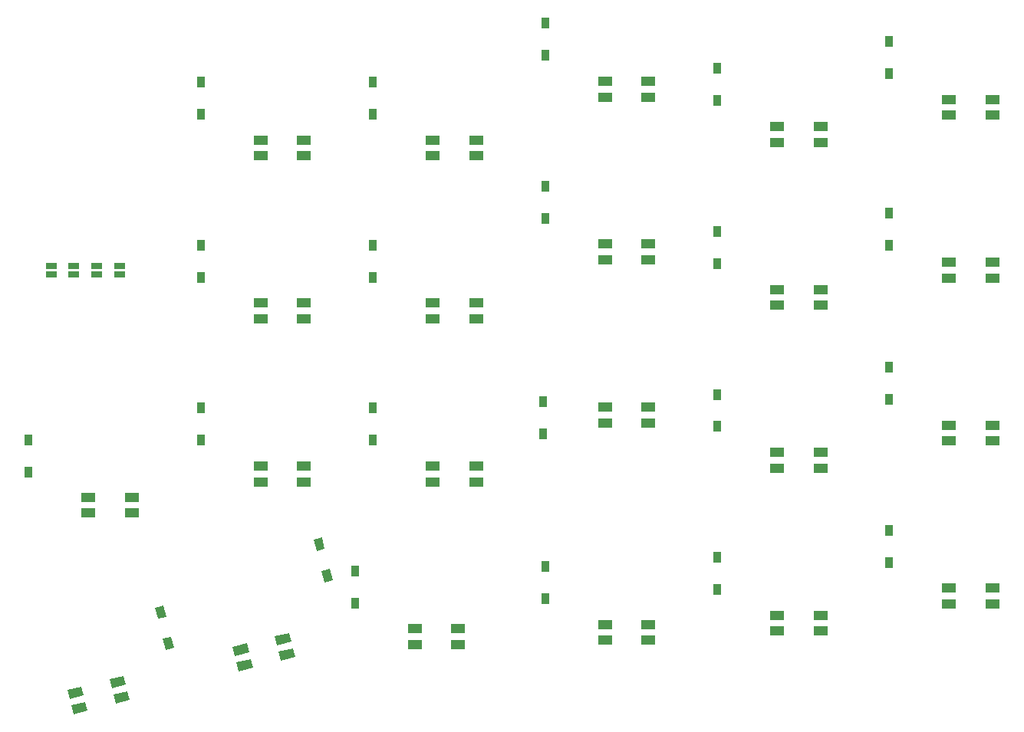
<source format=gbr>
G04 #@! TF.GenerationSoftware,KiCad,Pcbnew,(5.1.0)-1*
G04 #@! TF.CreationDate,2019-06-25T22:33:02+09:00*
G04 #@! TF.ProjectId,lunchbox52,6c756e63-6862-46f7-9835-322e6b696361,rev?*
G04 #@! TF.SameCoordinates,Original*
G04 #@! TF.FileFunction,Paste,Top*
G04 #@! TF.FilePolarity,Positive*
%FSLAX46Y46*%
G04 Gerber Fmt 4.6, Leading zero omitted, Abs format (unit mm)*
G04 Created by KiCad (PCBNEW (5.1.0)-1) date 2019-06-25 22:33:02*
%MOMM*%
%LPD*%
G04 APERTURE LIST*
%ADD10R,0.950000X1.300000*%
%ADD11C,0.950000*%
%ADD12C,0.100000*%
%ADD13R,1.143000X0.635000*%
%ADD14R,1.600000X1.000000*%
%ADD15C,1.000000*%
G04 APERTURE END LIST*
D10*
X161800000Y-119025000D03*
X161800000Y-122575000D03*
X143000000Y-101725000D03*
X143000000Y-105275000D03*
X105000000Y-123225000D03*
X105000000Y-126775000D03*
D11*
X120429411Y-145722275D03*
D12*
G36*
X119811271Y-145206496D02*
G01*
X120733052Y-144976670D01*
X121047551Y-146238054D01*
X120125770Y-146467880D01*
X119811271Y-145206496D01*
X119811271Y-145206496D01*
G37*
D11*
X119570589Y-142277725D03*
D12*
G36*
X118952449Y-141761946D02*
G01*
X119874230Y-141532120D01*
X120188729Y-142793504D01*
X119266948Y-143023330D01*
X118952449Y-141761946D01*
X118952449Y-141761946D01*
G37*
D10*
X124000000Y-87275000D03*
X124000000Y-83725000D03*
X124000000Y-105275000D03*
X124000000Y-101725000D03*
X124000000Y-123275000D03*
X124000000Y-119725000D03*
D11*
X137929411Y-138222275D03*
D12*
G36*
X137311271Y-137706496D02*
G01*
X138233052Y-137476670D01*
X138547551Y-138738054D01*
X137625770Y-138967880D01*
X137311271Y-137706496D01*
X137311271Y-137706496D01*
G37*
D11*
X137070589Y-134777725D03*
D12*
G36*
X136452449Y-134261946D02*
G01*
X137374230Y-134032120D01*
X137688729Y-135293504D01*
X136766948Y-135523330D01*
X136452449Y-134261946D01*
X136452449Y-134261946D01*
G37*
D10*
X143000000Y-87275000D03*
X143000000Y-83725000D03*
X143000000Y-119725000D03*
X143000000Y-123275000D03*
X141000000Y-137725000D03*
X141000000Y-141275000D03*
X162000000Y-77225000D03*
X162000000Y-80775000D03*
X162000000Y-95225000D03*
X162000000Y-98775000D03*
X162000000Y-140775000D03*
X162000000Y-137225000D03*
X181000000Y-82225000D03*
X181000000Y-85775000D03*
X181000000Y-103775000D03*
X181000000Y-100225000D03*
X181000000Y-121775000D03*
X181000000Y-118225000D03*
X181000000Y-136225000D03*
X181000000Y-139775000D03*
X200000000Y-79225000D03*
X200000000Y-82775000D03*
X200000000Y-101775000D03*
X200000000Y-98225000D03*
X200000000Y-118775000D03*
X200000000Y-115225000D03*
X200000000Y-133225000D03*
X200000000Y-136775000D03*
D13*
X107500000Y-103999620D03*
X107500000Y-105000380D03*
X110000000Y-105000380D03*
X110000000Y-103999620D03*
X112500000Y-103999620D03*
X112500000Y-105000380D03*
X115000000Y-105000380D03*
X115000000Y-103999620D03*
D14*
X116400000Y-131335000D03*
X116400000Y-129585000D03*
X111600000Y-131335000D03*
X111600000Y-129585000D03*
D15*
X110160176Y-151164003D03*
D12*
G36*
X109504900Y-151842688D02*
G01*
X109262978Y-150872393D01*
X110815452Y-150485318D01*
X111057374Y-151455613D01*
X109504900Y-151842688D01*
X109504900Y-151842688D01*
G37*
D15*
X110583539Y-152862020D03*
D12*
G36*
X109928263Y-153540705D02*
G01*
X109686341Y-152570410D01*
X111238815Y-152183335D01*
X111480737Y-153153630D01*
X109928263Y-153540705D01*
X109928263Y-153540705D01*
G37*
D15*
X114817595Y-150002778D03*
D12*
G36*
X114162319Y-150681463D02*
G01*
X113920397Y-149711168D01*
X115472871Y-149324093D01*
X115714793Y-150294388D01*
X114162319Y-150681463D01*
X114162319Y-150681463D01*
G37*
D15*
X115240958Y-151700795D03*
D12*
G36*
X114585682Y-152379480D02*
G01*
X114343760Y-151409185D01*
X115896234Y-151022110D01*
X116138156Y-151992405D01*
X114585682Y-152379480D01*
X114585682Y-152379480D01*
G37*
D14*
X130600000Y-90125000D03*
X130600000Y-91875000D03*
X135400000Y-90125000D03*
X135400000Y-91875000D03*
X135400000Y-109875000D03*
X135400000Y-108125000D03*
X130600000Y-109875000D03*
X130600000Y-108125000D03*
X130600000Y-126125000D03*
X130600000Y-127875000D03*
X135400000Y-126125000D03*
X135400000Y-127875000D03*
D15*
X133490958Y-146950795D03*
D12*
G36*
X132835682Y-147629480D02*
G01*
X132593760Y-146659185D01*
X134146234Y-146272110D01*
X134388156Y-147242405D01*
X132835682Y-147629480D01*
X132835682Y-147629480D01*
G37*
D15*
X133067595Y-145252778D03*
D12*
G36*
X132412319Y-145931463D02*
G01*
X132170397Y-144961168D01*
X133722871Y-144574093D01*
X133964793Y-145544388D01*
X132412319Y-145931463D01*
X132412319Y-145931463D01*
G37*
D15*
X128833539Y-148112020D03*
D12*
G36*
X128178263Y-148790705D02*
G01*
X127936341Y-147820410D01*
X129488815Y-147433335D01*
X129730737Y-148403630D01*
X128178263Y-148790705D01*
X128178263Y-148790705D01*
G37*
D15*
X128410176Y-146414003D03*
D12*
G36*
X127754900Y-147092688D02*
G01*
X127512978Y-146122393D01*
X129065452Y-145735318D01*
X129307374Y-146705613D01*
X127754900Y-147092688D01*
X127754900Y-147092688D01*
G37*
D14*
X154400000Y-91875000D03*
X154400000Y-90125000D03*
X149600000Y-91875000D03*
X149600000Y-90125000D03*
X149600000Y-108125000D03*
X149600000Y-109875000D03*
X154400000Y-108125000D03*
X154400000Y-109875000D03*
X154400000Y-127875000D03*
X154400000Y-126125000D03*
X149600000Y-127875000D03*
X149600000Y-126125000D03*
X147600000Y-144125000D03*
X147600000Y-145875000D03*
X152400000Y-144125000D03*
X152400000Y-145875000D03*
X173400000Y-85375000D03*
X173400000Y-83625000D03*
X168600000Y-85375000D03*
X168600000Y-83625000D03*
X168600000Y-101625000D03*
X168600000Y-103375000D03*
X173400000Y-101625000D03*
X173400000Y-103375000D03*
X173400000Y-121375000D03*
X173400000Y-119625000D03*
X168600000Y-121375000D03*
X168600000Y-119625000D03*
X168600000Y-143625000D03*
X168600000Y-145375000D03*
X173400000Y-143625000D03*
X173400000Y-145375000D03*
X187600000Y-88625000D03*
X187600000Y-90375000D03*
X192400000Y-88625000D03*
X192400000Y-90375000D03*
X192400000Y-108375000D03*
X192400000Y-106625000D03*
X187600000Y-108375000D03*
X187600000Y-106625000D03*
X187600000Y-124625000D03*
X187600000Y-126375000D03*
X192400000Y-124625000D03*
X192400000Y-126375000D03*
X192400000Y-144375000D03*
X192400000Y-142625000D03*
X187600000Y-144375000D03*
X187600000Y-142625000D03*
X206600000Y-85625000D03*
X206600000Y-87375000D03*
X211400000Y-85625000D03*
X211400000Y-87375000D03*
X211400000Y-105375000D03*
X211400000Y-103625000D03*
X206600000Y-105375000D03*
X206600000Y-103625000D03*
X206600000Y-121625000D03*
X206600000Y-123375000D03*
X211400000Y-121625000D03*
X211400000Y-123375000D03*
X211400000Y-141375000D03*
X211400000Y-139625000D03*
X206600000Y-141375000D03*
X206600000Y-139625000D03*
M02*

</source>
